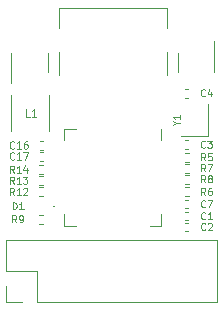
<source format=gbr>
%TF.GenerationSoftware,KiCad,Pcbnew,(6.0.4)*%
%TF.CreationDate,2022-07-06T17:37:40+08:00*%
%TF.ProjectId,XilinxJtag,58696c69-6e78-44a7-9461-672e6b696361,rev?*%
%TF.SameCoordinates,Original*%
%TF.FileFunction,Legend,Top*%
%TF.FilePolarity,Positive*%
%FSLAX46Y46*%
G04 Gerber Fmt 4.6, Leading zero omitted, Abs format (unit mm)*
G04 Created by KiCad (PCBNEW (6.0.4)) date 2022-07-06 17:37:40*
%MOMM*%
%LPD*%
G01*
G04 APERTURE LIST*
%ADD10C,0.100000*%
%ADD11C,0.120000*%
G04 APERTURE END LIST*
D10*
%TO.C,C1*%
X149800000Y-83074285D02*
X149771428Y-83102857D01*
X149685714Y-83131428D01*
X149628571Y-83131428D01*
X149542857Y-83102857D01*
X149485714Y-83045714D01*
X149457142Y-82988571D01*
X149428571Y-82874285D01*
X149428571Y-82788571D01*
X149457142Y-82674285D01*
X149485714Y-82617142D01*
X149542857Y-82560000D01*
X149628571Y-82531428D01*
X149685714Y-82531428D01*
X149771428Y-82560000D01*
X149800000Y-82588571D01*
X150371428Y-83131428D02*
X150028571Y-83131428D01*
X150200000Y-83131428D02*
X150200000Y-82531428D01*
X150142857Y-82617142D01*
X150085714Y-82674285D01*
X150028571Y-82702857D01*
%TO.C,R5*%
X149800000Y-78141428D02*
X149600000Y-77855714D01*
X149457142Y-78141428D02*
X149457142Y-77541428D01*
X149685714Y-77541428D01*
X149742857Y-77570000D01*
X149771428Y-77598571D01*
X149800000Y-77655714D01*
X149800000Y-77741428D01*
X149771428Y-77798571D01*
X149742857Y-77827142D01*
X149685714Y-77855714D01*
X149457142Y-77855714D01*
X150342857Y-77541428D02*
X150057142Y-77541428D01*
X150028571Y-77827142D01*
X150057142Y-77798571D01*
X150114285Y-77770000D01*
X150257142Y-77770000D01*
X150314285Y-77798571D01*
X150342857Y-77827142D01*
X150371428Y-77884285D01*
X150371428Y-78027142D01*
X150342857Y-78084285D01*
X150314285Y-78112857D01*
X150257142Y-78141428D01*
X150114285Y-78141428D01*
X150057142Y-78112857D01*
X150028571Y-78084285D01*
%TO.C,C3*%
X149790000Y-77004285D02*
X149761428Y-77032857D01*
X149675714Y-77061428D01*
X149618571Y-77061428D01*
X149532857Y-77032857D01*
X149475714Y-76975714D01*
X149447142Y-76918571D01*
X149418571Y-76804285D01*
X149418571Y-76718571D01*
X149447142Y-76604285D01*
X149475714Y-76547142D01*
X149532857Y-76490000D01*
X149618571Y-76461428D01*
X149675714Y-76461428D01*
X149761428Y-76490000D01*
X149790000Y-76518571D01*
X149990000Y-76461428D02*
X150361428Y-76461428D01*
X150161428Y-76690000D01*
X150247142Y-76690000D01*
X150304285Y-76718571D01*
X150332857Y-76747142D01*
X150361428Y-76804285D01*
X150361428Y-76947142D01*
X150332857Y-77004285D01*
X150304285Y-77032857D01*
X150247142Y-77061428D01*
X150075714Y-77061428D01*
X150018571Y-77032857D01*
X149990000Y-77004285D01*
%TO.C,L1*%
X134940000Y-74431428D02*
X134654285Y-74431428D01*
X134654285Y-73831428D01*
X135454285Y-74431428D02*
X135111428Y-74431428D01*
X135282857Y-74431428D02*
X135282857Y-73831428D01*
X135225714Y-73917142D01*
X135168571Y-73974285D01*
X135111428Y-74002857D01*
%TO.C,C16*%
X133614285Y-77080854D02*
X133585714Y-77109426D01*
X133500000Y-77137997D01*
X133442857Y-77137997D01*
X133357142Y-77109426D01*
X133300000Y-77052283D01*
X133271428Y-76995140D01*
X133242857Y-76880854D01*
X133242857Y-76795140D01*
X133271428Y-76680854D01*
X133300000Y-76623711D01*
X133357142Y-76566569D01*
X133442857Y-76537997D01*
X133500000Y-76537997D01*
X133585714Y-76566569D01*
X133614285Y-76595140D01*
X134185714Y-77137997D02*
X133842857Y-77137997D01*
X134014285Y-77137997D02*
X134014285Y-76537997D01*
X133957142Y-76623711D01*
X133900000Y-76680854D01*
X133842857Y-76709426D01*
X134700000Y-76537997D02*
X134585714Y-76537997D01*
X134528571Y-76566569D01*
X134500000Y-76595140D01*
X134442857Y-76680854D01*
X134414285Y-76795140D01*
X134414285Y-77023711D01*
X134442857Y-77080854D01*
X134471428Y-77109426D01*
X134528571Y-77137997D01*
X134642857Y-77137997D01*
X134700000Y-77109426D01*
X134728571Y-77080854D01*
X134757142Y-77023711D01*
X134757142Y-76880854D01*
X134728571Y-76823711D01*
X134700000Y-76795140D01*
X134642857Y-76766569D01*
X134528571Y-76766569D01*
X134471428Y-76795140D01*
X134442857Y-76823711D01*
X134414285Y-76880854D01*
%TO.C,R12*%
X133604285Y-81071428D02*
X133404285Y-80785714D01*
X133261428Y-81071428D02*
X133261428Y-80471428D01*
X133490000Y-80471428D01*
X133547142Y-80500000D01*
X133575714Y-80528571D01*
X133604285Y-80585714D01*
X133604285Y-80671428D01*
X133575714Y-80728571D01*
X133547142Y-80757142D01*
X133490000Y-80785714D01*
X133261428Y-80785714D01*
X134175714Y-81071428D02*
X133832857Y-81071428D01*
X134004285Y-81071428D02*
X134004285Y-80471428D01*
X133947142Y-80557142D01*
X133890000Y-80614285D01*
X133832857Y-80642857D01*
X134404285Y-80528571D02*
X134432857Y-80500000D01*
X134490000Y-80471428D01*
X134632857Y-80471428D01*
X134690000Y-80500000D01*
X134718571Y-80528571D01*
X134747142Y-80585714D01*
X134747142Y-80642857D01*
X134718571Y-80728571D01*
X134375714Y-81071428D01*
X134747142Y-81071428D01*
%TO.C,Y1*%
X147365714Y-74975714D02*
X147651428Y-74975714D01*
X147051428Y-75175714D02*
X147365714Y-74975714D01*
X147051428Y-74775714D01*
X147651428Y-74261428D02*
X147651428Y-74604285D01*
X147651428Y-74432857D02*
X147051428Y-74432857D01*
X147137142Y-74490000D01*
X147194285Y-74547142D01*
X147222857Y-74604285D01*
%TO.C,C2*%
X149800000Y-83984285D02*
X149771428Y-84012857D01*
X149685714Y-84041428D01*
X149628571Y-84041428D01*
X149542857Y-84012857D01*
X149485714Y-83955714D01*
X149457142Y-83898571D01*
X149428571Y-83784285D01*
X149428571Y-83698571D01*
X149457142Y-83584285D01*
X149485714Y-83527142D01*
X149542857Y-83470000D01*
X149628571Y-83441428D01*
X149685714Y-83441428D01*
X149771428Y-83470000D01*
X149800000Y-83498571D01*
X150028571Y-83498571D02*
X150057142Y-83470000D01*
X150114285Y-83441428D01*
X150257142Y-83441428D01*
X150314285Y-83470000D01*
X150342857Y-83498571D01*
X150371428Y-83555714D01*
X150371428Y-83612857D01*
X150342857Y-83698571D01*
X150000000Y-84041428D01*
X150371428Y-84041428D01*
%TO.C,D1*%
X133499642Y-82281428D02*
X133499642Y-81681428D01*
X133642500Y-81681428D01*
X133728214Y-81710000D01*
X133785357Y-81767142D01*
X133813928Y-81824285D01*
X133842500Y-81938571D01*
X133842500Y-82024285D01*
X133813928Y-82138571D01*
X133785357Y-82195714D01*
X133728214Y-82252857D01*
X133642500Y-82281428D01*
X133499642Y-82281428D01*
X134413928Y-82281428D02*
X134071071Y-82281428D01*
X134242500Y-82281428D02*
X134242500Y-81681428D01*
X134185357Y-81767142D01*
X134128214Y-81824285D01*
X134071071Y-81852857D01*
%TO.C,R8*%
X149800000Y-80011428D02*
X149600000Y-79725714D01*
X149457142Y-80011428D02*
X149457142Y-79411428D01*
X149685714Y-79411428D01*
X149742857Y-79440000D01*
X149771428Y-79468571D01*
X149800000Y-79525714D01*
X149800000Y-79611428D01*
X149771428Y-79668571D01*
X149742857Y-79697142D01*
X149685714Y-79725714D01*
X149457142Y-79725714D01*
X150142857Y-79668571D02*
X150085714Y-79640000D01*
X150057142Y-79611428D01*
X150028571Y-79554285D01*
X150028571Y-79525714D01*
X150057142Y-79468571D01*
X150085714Y-79440000D01*
X150142857Y-79411428D01*
X150257142Y-79411428D01*
X150314285Y-79440000D01*
X150342857Y-79468571D01*
X150371428Y-79525714D01*
X150371428Y-79554285D01*
X150342857Y-79611428D01*
X150314285Y-79640000D01*
X150257142Y-79668571D01*
X150142857Y-79668571D01*
X150085714Y-79697142D01*
X150057142Y-79725714D01*
X150028571Y-79782857D01*
X150028571Y-79897142D01*
X150057142Y-79954285D01*
X150085714Y-79982857D01*
X150142857Y-80011428D01*
X150257142Y-80011428D01*
X150314285Y-79982857D01*
X150342857Y-79954285D01*
X150371428Y-79897142D01*
X150371428Y-79782857D01*
X150342857Y-79725714D01*
X150314285Y-79697142D01*
X150257142Y-79668571D01*
%TO.C,R14*%
X133604285Y-79181428D02*
X133404285Y-78895714D01*
X133261428Y-79181428D02*
X133261428Y-78581428D01*
X133490000Y-78581428D01*
X133547142Y-78610000D01*
X133575714Y-78638571D01*
X133604285Y-78695714D01*
X133604285Y-78781428D01*
X133575714Y-78838571D01*
X133547142Y-78867142D01*
X133490000Y-78895714D01*
X133261428Y-78895714D01*
X134175714Y-79181428D02*
X133832857Y-79181428D01*
X134004285Y-79181428D02*
X134004285Y-78581428D01*
X133947142Y-78667142D01*
X133890000Y-78724285D01*
X133832857Y-78752857D01*
X134690000Y-78781428D02*
X134690000Y-79181428D01*
X134547142Y-78552857D02*
X134404285Y-78981428D01*
X134775714Y-78981428D01*
%TO.C,C4*%
X149790000Y-72674285D02*
X149761428Y-72702857D01*
X149675714Y-72731428D01*
X149618571Y-72731428D01*
X149532857Y-72702857D01*
X149475714Y-72645714D01*
X149447142Y-72588571D01*
X149418571Y-72474285D01*
X149418571Y-72388571D01*
X149447142Y-72274285D01*
X149475714Y-72217142D01*
X149532857Y-72160000D01*
X149618571Y-72131428D01*
X149675714Y-72131428D01*
X149761428Y-72160000D01*
X149790000Y-72188571D01*
X150304285Y-72331428D02*
X150304285Y-72731428D01*
X150161428Y-72102857D02*
X150018571Y-72531428D01*
X150390000Y-72531428D01*
%TO.C,C7*%
X149800000Y-82054285D02*
X149771428Y-82082857D01*
X149685714Y-82111428D01*
X149628571Y-82111428D01*
X149542857Y-82082857D01*
X149485714Y-82025714D01*
X149457142Y-81968571D01*
X149428571Y-81854285D01*
X149428571Y-81768571D01*
X149457142Y-81654285D01*
X149485714Y-81597142D01*
X149542857Y-81540000D01*
X149628571Y-81511428D01*
X149685714Y-81511428D01*
X149771428Y-81540000D01*
X149800000Y-81568571D01*
X150000000Y-81511428D02*
X150400000Y-81511428D01*
X150142857Y-82111428D01*
%TO.C,R13*%
X133604285Y-80121428D02*
X133404285Y-79835714D01*
X133261428Y-80121428D02*
X133261428Y-79521428D01*
X133490000Y-79521428D01*
X133547142Y-79550000D01*
X133575714Y-79578571D01*
X133604285Y-79635714D01*
X133604285Y-79721428D01*
X133575714Y-79778571D01*
X133547142Y-79807142D01*
X133490000Y-79835714D01*
X133261428Y-79835714D01*
X134175714Y-80121428D02*
X133832857Y-80121428D01*
X134004285Y-80121428D02*
X134004285Y-79521428D01*
X133947142Y-79607142D01*
X133890000Y-79664285D01*
X133832857Y-79692857D01*
X134375714Y-79521428D02*
X134747142Y-79521428D01*
X134547142Y-79750000D01*
X134632857Y-79750000D01*
X134690000Y-79778571D01*
X134718571Y-79807142D01*
X134747142Y-79864285D01*
X134747142Y-80007142D01*
X134718571Y-80064285D01*
X134690000Y-80092857D01*
X134632857Y-80121428D01*
X134461428Y-80121428D01*
X134404285Y-80092857D01*
X134375714Y-80064285D01*
%TO.C,R7*%
X149800000Y-79081428D02*
X149600000Y-78795714D01*
X149457142Y-79081428D02*
X149457142Y-78481428D01*
X149685714Y-78481428D01*
X149742857Y-78510000D01*
X149771428Y-78538571D01*
X149800000Y-78595714D01*
X149800000Y-78681428D01*
X149771428Y-78738571D01*
X149742857Y-78767142D01*
X149685714Y-78795714D01*
X149457142Y-78795714D01*
X150000000Y-78481428D02*
X150400000Y-78481428D01*
X150142857Y-79081428D01*
%TO.C,R6*%
X149800000Y-81071428D02*
X149600000Y-80785714D01*
X149457142Y-81071428D02*
X149457142Y-80471428D01*
X149685714Y-80471428D01*
X149742857Y-80500000D01*
X149771428Y-80528571D01*
X149800000Y-80585714D01*
X149800000Y-80671428D01*
X149771428Y-80728571D01*
X149742857Y-80757142D01*
X149685714Y-80785714D01*
X149457142Y-80785714D01*
X150314285Y-80471428D02*
X150200000Y-80471428D01*
X150142857Y-80500000D01*
X150114285Y-80528571D01*
X150057142Y-80614285D01*
X150028571Y-80728571D01*
X150028571Y-80957142D01*
X150057142Y-81014285D01*
X150085714Y-81042857D01*
X150142857Y-81071428D01*
X150257142Y-81071428D01*
X150314285Y-81042857D01*
X150342857Y-81014285D01*
X150371428Y-80957142D01*
X150371428Y-80814285D01*
X150342857Y-80757142D01*
X150314285Y-80728571D01*
X150257142Y-80700000D01*
X150142857Y-80700000D01*
X150085714Y-80728571D01*
X150057142Y-80757142D01*
X150028571Y-80814285D01*
%TO.C,R9*%
X133810000Y-83381428D02*
X133610000Y-83095714D01*
X133467142Y-83381428D02*
X133467142Y-82781428D01*
X133695714Y-82781428D01*
X133752857Y-82810000D01*
X133781428Y-82838571D01*
X133810000Y-82895714D01*
X133810000Y-82981428D01*
X133781428Y-83038571D01*
X133752857Y-83067142D01*
X133695714Y-83095714D01*
X133467142Y-83095714D01*
X134095714Y-83381428D02*
X134210000Y-83381428D01*
X134267142Y-83352857D01*
X134295714Y-83324285D01*
X134352857Y-83238571D01*
X134381428Y-83124285D01*
X134381428Y-82895714D01*
X134352857Y-82838571D01*
X134324285Y-82810000D01*
X134267142Y-82781428D01*
X134152857Y-82781428D01*
X134095714Y-82810000D01*
X134067142Y-82838571D01*
X134038571Y-82895714D01*
X134038571Y-83038571D01*
X134067142Y-83095714D01*
X134095714Y-83124285D01*
X134152857Y-83152857D01*
X134267142Y-83152857D01*
X134324285Y-83124285D01*
X134352857Y-83095714D01*
X134381428Y-83038571D01*
%TO.C,C17*%
X133614285Y-78010853D02*
X133585714Y-78039425D01*
X133500000Y-78067996D01*
X133442857Y-78067996D01*
X133357142Y-78039425D01*
X133300000Y-77982282D01*
X133271428Y-77925139D01*
X133242857Y-77810853D01*
X133242857Y-77725139D01*
X133271428Y-77610853D01*
X133300000Y-77553710D01*
X133357142Y-77496568D01*
X133442857Y-77467996D01*
X133500000Y-77467996D01*
X133585714Y-77496568D01*
X133614285Y-77525139D01*
X134185714Y-78067996D02*
X133842857Y-78067996D01*
X134014285Y-78067996D02*
X134014285Y-77467996D01*
X133957142Y-77553710D01*
X133900000Y-77610853D01*
X133842857Y-77639425D01*
X134385714Y-77467996D02*
X134785714Y-77467996D01*
X134528571Y-78067996D01*
%TO.C,C1*%
X148122164Y-82490000D02*
X148337836Y-82490000D01*
X148122164Y-83210000D02*
X148337836Y-83210000D01*
%TO.C,R5*%
X148383641Y-77490000D02*
X148076359Y-77490000D01*
X148383641Y-78250000D02*
X148076359Y-78250000D01*
%TO.C,J1*%
X146550000Y-70895001D02*
X146550000Y-68975001D01*
X146550000Y-65260001D02*
X146550000Y-66965001D01*
X137390000Y-68975001D02*
X137390000Y-70895001D01*
X137390000Y-65260001D02*
X146550000Y-65260001D01*
X137390000Y-66965001D02*
X137390000Y-65260001D01*
%TO.C,C3*%
X148122164Y-76420000D02*
X148337836Y-76420000D01*
X148122164Y-77140000D02*
X148337836Y-77140000D01*
D11*
%TO.C,L1*%
X136580000Y-72630000D02*
X136580000Y-75630000D01*
X133380000Y-72630000D02*
X133380000Y-75630000D01*
D10*
%TO.C,C16*%
X135812164Y-77226569D02*
X136027836Y-77226569D01*
X135812164Y-76506569D02*
X136027836Y-76506569D01*
%TO.C,R12*%
X136053641Y-80420000D02*
X135746359Y-80420000D01*
X136053641Y-81180000D02*
X135746359Y-81180000D01*
D11*
%TO.C,Y1*%
X150030000Y-76040000D02*
X150030000Y-73340000D01*
X147730000Y-76040000D02*
X150030000Y-76040000D01*
D10*
%TO.C,C2*%
X148122164Y-83410000D02*
X148337836Y-83410000D01*
X148122164Y-84130000D02*
X148337836Y-84130000D01*
D11*
%TO.C,J2*%
X132935000Y-87525000D02*
X132935000Y-84925000D01*
X135535000Y-90125000D02*
X135535000Y-87525000D01*
X135535000Y-90125000D02*
X150835000Y-90125000D01*
X150835000Y-90125000D02*
X150835000Y-84925000D01*
X134265000Y-90125000D02*
X132935000Y-90125000D01*
X135535000Y-87525000D02*
X132935000Y-87525000D01*
X132935000Y-84925000D02*
X150835000Y-84925000D01*
X132935000Y-90125000D02*
X132935000Y-88795000D01*
D10*
%TO.C,D1*%
X137042500Y-82010000D02*
G75*
G03*
X137042500Y-82010000I-50000J0D01*
G01*
%TO.C,R8*%
X148383641Y-80120000D02*
X148076359Y-80120000D01*
X148383641Y-79360000D02*
X148076359Y-79360000D01*
%TO.C,R14*%
X135746359Y-79300000D02*
X136053641Y-79300000D01*
X135746359Y-78540000D02*
X136053641Y-78540000D01*
%TO.C,C4*%
X148337836Y-72820000D02*
X148122164Y-72820000D01*
X148337836Y-72100000D02*
X148122164Y-72100000D01*
%TO.C,U2*%
X150580000Y-69830000D02*
X150580000Y-70630000D01*
X147460000Y-69830000D02*
X147460000Y-70630000D01*
X147460000Y-69830000D02*
X147460000Y-69030000D01*
X150580000Y-69830000D02*
X150580000Y-68030000D01*
%TO.C,C7*%
X148122164Y-81460000D02*
X148337836Y-81460000D01*
X148122164Y-82180000D02*
X148337836Y-82180000D01*
%TO.C,R13*%
X135746359Y-79470000D02*
X136053641Y-79470000D01*
X135746359Y-80230000D02*
X136053641Y-80230000D01*
%TO.C,U3*%
X136510000Y-69830000D02*
X136510000Y-70630000D01*
X136510000Y-69830000D02*
X136510000Y-69030000D01*
X133390000Y-69830000D02*
X133390000Y-71630000D01*
X133390000Y-69830000D02*
X133390000Y-69030000D01*
%TO.C,R7*%
X148383641Y-78430000D02*
X148076359Y-78430000D01*
X148383641Y-79190000D02*
X148076359Y-79190000D01*
%TO.C,U1*%
X137860000Y-75445000D02*
X138835000Y-75445000D01*
X137860000Y-82690000D02*
X137860000Y-83665000D01*
X137860000Y-83665000D02*
X138835000Y-83665000D01*
X146080000Y-83665000D02*
X145105000Y-83665000D01*
X146080000Y-82690000D02*
X146080000Y-83665000D01*
X146080000Y-76420000D02*
X146080000Y-75445000D01*
X137860000Y-76420000D02*
X137860000Y-75445000D01*
%TO.C,R6*%
X148076359Y-81180000D02*
X148383641Y-81180000D01*
X148076359Y-80420000D02*
X148383641Y-80420000D01*
%TO.C,R9*%
X135746359Y-82730000D02*
X136053641Y-82730000D01*
X135746359Y-83490000D02*
X136053641Y-83490000D01*
%TO.C,C17*%
X135812164Y-77436568D02*
X136027836Y-77436568D01*
X135812164Y-78156568D02*
X136027836Y-78156568D01*
%TD*%
M02*

</source>
